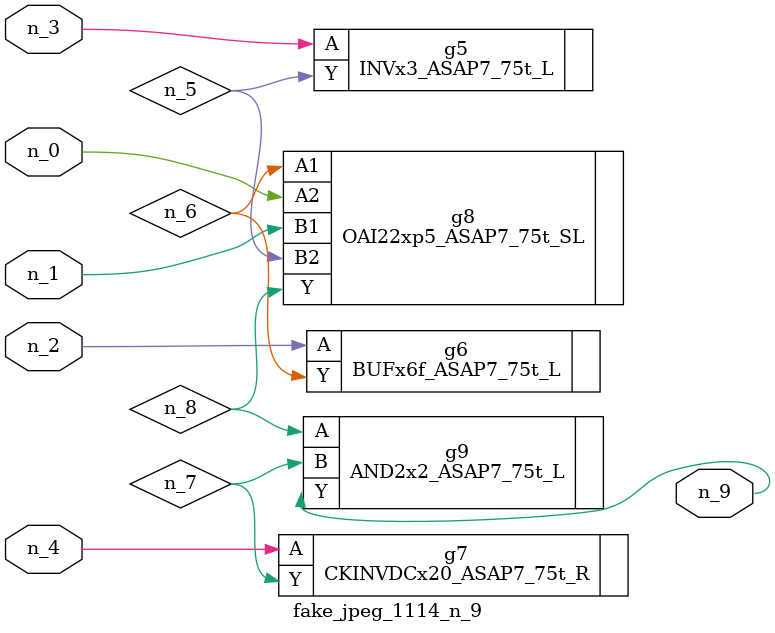
<source format=v>
module fake_jpeg_1114_n_9 (n_3, n_2, n_1, n_0, n_4, n_9);

input n_3;
input n_2;
input n_1;
input n_0;
input n_4;

output n_9;

wire n_8;
wire n_6;
wire n_5;
wire n_7;

INVx3_ASAP7_75t_L g5 ( 
.A(n_3),
.Y(n_5)
);

BUFx6f_ASAP7_75t_L g6 ( 
.A(n_2),
.Y(n_6)
);

CKINVDCx20_ASAP7_75t_R g7 ( 
.A(n_4),
.Y(n_7)
);

OAI22xp5_ASAP7_75t_SL g8 ( 
.A1(n_6),
.A2(n_0),
.B1(n_1),
.B2(n_5),
.Y(n_8)
);

AND2x2_ASAP7_75t_L g9 ( 
.A(n_8),
.B(n_7),
.Y(n_9)
);


endmodule
</source>
